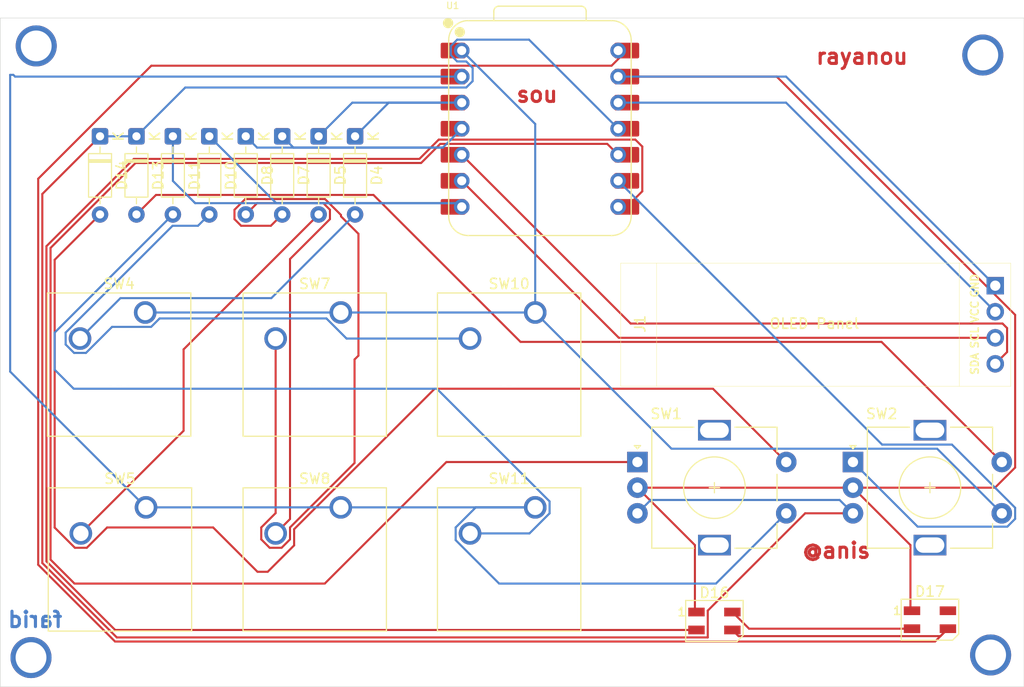
<source format=kicad_pcb>
(kicad_pcb (version 20241229) (generator "pcbnew") (generator_version "9.0")
  (layers (0 "F.Cu" signal) (2 "B.Cu" signal) (13 "F.Paste" user) (15 "B.Paste" user) (5 "F.SilkS" user "F.Silkscreen") (7 "B.SilkS" user "B.Silkscreen") (1 "F.Mask" user) (3 "B.Mask" user) (25 "Edge.Cuts" user))
  (net 0 "")
  (net 1 "Net-(D4-K)")
  (net 2 "Net-(D4-A)")
  (net 3 "Net-(U1-GPIO2{slash}SCK)")
  (net 4 "Net-(U1-GPIO4{slash}MISO)")
  (net 5 "Net-(D5-A)")
  (net 6 "Net-(D7-A)")
  (net 7 "Net-(D7-K)")
  (net 8 "Net-(D8-A)")
  (net 9 "Net-(U1-GPIO27{slash}ADC1{slash}A1)")
  (net 10 "Net-(D10-A)")
  (net 11 "Net-(U1-GPIO26{slash}ADC0{slash}A0)")
  (net 12 "Net-(D10-K)")
  (net 13 "Net-(D11-A)")
  (net 14 "Net-(D13-K)")
  (net 15 "Net-(D13-A)")
  (net 16 "Net-(D14-A)")
  (net 17 "Net-(D16-VDD)")
  (net 18 "Net-(D16-VSS)")
  (net 19 "Net-(D16-DOUT)")
  (net 20 "Net-(D16-DIN)")
  (net 22 "Net-(J1-Pin_3)")
  (net 23 "Net-(J1-Pin_2)")
  (net 24 "Net-(J1-Pin_4)")
  (footprint "Diode_THT:D_DO-35_SOD27_P7.62mm_Horizontal" (layer "F.Cu") (at 149.9884 59.7408 -90)
    (property "Reference" "D4" (at 3.81 -2.12 90) (layer "F.SilkS"))
    (property "Value" "1N4148")
    (fp_line (start 1.04 0) (end 1.69 0) (stroke (width 0.12)) (layer "F.SilkS"))
    (fp_line (start 6.58 0) (end 5.93 0) (stroke (width 0.12)) (layer "F.SilkS"))
    (fp_line (start 2.29 -1.12) (end 2.29 1.12) (stroke (width 0.12)) (layer "F.SilkS"))
    (fp_line (start 2.41 -1.12) (end 2.41 1.12) (stroke (width 0.12)) (layer "F.SilkS"))
    (fp_line (start 2.53 -1.12) (end 2.53 1.12) (stroke (width 0.12)) (layer "F.SilkS"))
    (fp_rect (start 1.69 -1.12) (end 5.93 1.12) (stroke (width 0.12)) (fill no) (layer "F.SilkS"))
    (fp_text user "K" (at 0 -1.8 90) (layer "F.SilkS"))
    (pad "1" thru_hole roundrect (at 0 0 270) (size 1.6 1.6) (drill 0.8) (layers "*.Cu" "*.Mask") (roundrect_rratio 0.15625) (net 1 "Net-(D4-K)"))
    (pad "2" thru_hole circle (at 7.62 0 270) (size 1.6 1.6) (drill 0.8) (layers "*.Cu" "*.Mask") (net 2 "Net-(D4-A)"))
  )
  (footprint "opl 2:XIAO-RP2040-DIP" (layer "F.Cu") (at 168 59)
    (property "Reference" "U1" (at -8.5 -12 0) (layer "F.SilkS") (effects (font (size 0.635 0.635) (thickness 0.1016))))
    (property "Value" "XIAO-RP2040-DIP")
    (fp_line (start -8.89 8.509) (end -8.89 -8.636) (stroke (width 0.127)) (layer "F.SilkS"))
    (fp_line (start -6.985 10.414) (end 6.985 10.414) (stroke (width 0.127)) (layer "F.SilkS"))
    (fp_line (start -4.495 -10.541) (end -4.491272 -11.451272) (stroke (width 0.127)) (layer "F.SilkS"))
    (fp_line (start -3.991272 -11.951) (end 4.004 -11.951) (stroke (width 0.127)) (layer "F.SilkS"))
    (fp_line (start 4.504 -11.451) (end 4.504 -10.541) (stroke (width 0.127)) (layer "F.SilkS"))
    (fp_line (start 6.985 -10.541) (end -6.985 -10.541) (stroke (width 0.1)) (layer "F.SilkS"))
    (fp_line (start 6.985 -10.541) (end -6.985 -10.541) (stroke (width 0.127)) (layer "F.SilkS"))
    (fp_line (start 8.89 8.509) (end 8.89 -8.636) (stroke (width 0.127)) (layer "F.SilkS"))
    (fp_arc (start -8.89 -8.636) (mid -8.332038 -9.983038) (end -6.985 -10.541) (stroke (width 0.127)) (layer "F.SilkS"))
    (fp_arc (start -6.985 10.414) (mid -8.332038 9.856038) (end -8.89 8.509) (stroke (width 0.127)) (layer "F.SilkS"))
    (fp_arc (start -4.491272 -11.451272) (mid -4.344728 -11.80464) (end -3.991272 -11.951) (stroke (width 0.127)) (layer "F.SilkS"))
    (fp_arc (start 4.004 -11.951) (mid 4.357553 -11.804553) (end 4.504 -11.451) (stroke (width 0.127)) (layer "F.SilkS"))
    (fp_arc (start 6.985 -10.541) (mid 8.332038 -9.983038) (end 8.89 -8.636) (stroke (width 0.127)) (layer "F.SilkS"))
    (fp_arc (start 8.89 8.509) (mid 8.332038 9.856038) (end 6.985 10.414) (stroke (width 0.127)) (layer "F.SilkS"))
    (fp_circle (center -8.95 -10.3) (end -8.95 -10.554) (stroke (width 0.5)) (fill yes) (layer "F.SilkS"))
    (fp_circle (center -7.807 -9.42) (end -7.807 -9.674) (stroke (width 0.5)) (fill yes) (layer "F.SilkS"))
    (pad "1" smd roundrect (at -8.455 -7.62 180) (size 2.432 1.524) (layers "F.Cu" "F.Mask") (roundrect_rratio 0.1) (net 11 "Net-(U1-GPIO26{slash}ADC0{slash}A0)"))
    (pad "1" thru_hole circle (at -7.62 -7.62 180) (size 1.524 1.524) (drill 0.889) (layers "*.Cu" "*.Mask") (net 11 "Net-(U1-GPIO26{slash}ADC0{slash}A0)"))
    (pad "2" smd roundrect (at -8.455 -5.08 180) (size 2.432 1.524) (layers "F.Cu" "F.Mask") (roundrect_rratio 0.1) (net 9 "Net-(U1-GPIO27{slash}ADC1{slash}A1)"))
    (pad "2" thru_hole circle (at -7.62 -5.08 180) (size 1.524 1.524) (drill 0.889) (layers "*.Cu" "*.Mask") (net 9 "Net-(U1-GPIO27{slash}ADC1{slash}A1)"))
    (pad "3" smd roundrect (at -8.455 -2.54 180) (size 2.432 1.524) (layers "F.Cu" "F.Mask") (roundrect_rratio 0.1) (net 1 "Net-(D4-K)"))
    (pad "3" thru_hole circle (at -7.62 -2.54 180) (size 1.524 1.524) (drill 0.889) (layers "*.Cu" "*.Mask") (net 1 "Net-(D4-K)"))
    (pad "4" smd roundrect (at -8.455 0 180) (size 2.432 1.524) (layers "F.Cu" "F.Mask") (roundrect_rratio 0.1) (net 7 "Net-(D7-K)"))
    (pad "4" thru_hole circle (at -7.62 0 180) (size 1.524 1.524) (drill 0.889) (layers "*.Cu" "*.Mask") (net 7 "Net-(D7-K)"))
    (pad "5" smd roundrect (at -8.455 2.54 180) (size 2.432 1.524) (layers "F.Cu" "F.Mask") (roundrect_rratio 0.1) (net 24 "Net-(J1-Pin_4)"))
    (pad "5" thru_hole circle (at -7.62 2.54 180) (size 1.524 1.524) (drill 0.889) (layers "*.Cu" "*.Mask") (net 24 "Net-(J1-Pin_4)"))
    (pad "6" smd roundrect (at -8.455 5.08 180) (size 2.432 1.524) (layers "F.Cu" "F.Mask") (roundrect_rratio 0.1) (net 22 "Net-(J1-Pin_3)"))
    (pad "6" thru_hole circle (at -7.62 5.08 180) (size 1.524 1.524) (drill 0.889) (layers "*.Cu" "*.Mask") (net 22 "Net-(J1-Pin_3)"))
    (pad "7" smd roundrect (at -8.455 7.62 180) (size 2.432 1.524) (layers "F.Cu" "F.Mask") (roundrect_rratio 0.1) (net 12 "Net-(D10-K)"))
    (pad "7" thru_hole circle (at -7.62 7.62 180) (size 1.524 1.524) (drill 0.889) (layers "*.Cu" "*.Mask") (net 12 "Net-(D10-K)"))
    (pad "8" thru_hole circle (at 7.62 7.62) (size 1.524 1.524) (drill 0.889) (layers "*.Cu" "*.Mask") (net 20 "Net-(D16-DIN)"))
    (pad "8" smd roundrect (at 8.455 7.62) (size 2.432 1.524) (layers "F.Cu" "F.Mask") (roundrect_rratio 0.1) (net 20 "Net-(D16-DIN)"))
    (pad "9" thru_hole circle (at 7.62 5.08) (size 1.524 1.524) (drill 0.889) (layers "*.Cu" "*.Mask") (net 3 "Net-(U1-GPIO2{slash}SCK)"))
    (pad "9" smd roundrect (at 8.455 5.08) (size 2.432 1.524) (layers "F.Cu" "F.Mask") (roundrect_rratio 0.1) (net 3 "Net-(U1-GPIO2{slash}SCK)"))
    (pad "10" thru_hole circle (at 7.62 2.54) (size 1.524 1.524) (drill 0.889) (layers "*.Cu" "*.Mask") (net 4 "Net-(U1-GPIO4{slash}MISO)"))
    (pad "10" smd roundrect (at 8.455 2.54) (size 2.432 1.524) (layers "F.Cu" "F.Mask") (roundrect_rratio 0.1) (net 4 "Net-(U1-GPIO4{slash}MISO)"))
    (pad "11" thru_hole circle (at 7.62 0) (size 1.524 1.524) (drill 0.889) (layers "*.Cu" "*.Mask") (net 14 "Net-(D13-K)"))
    (pad "11" smd roundrect (at 8.455 0) (size 2.432 1.524) (layers "F.Cu" "F.Mask") (roundrect_rratio 0.1) (net 14 "Net-(D13-K)"))
    (pad "12" thru_hole circle (at 7.62 -2.54) (size 1.524 1.524) (drill 0.889) (layers "*.Cu" "*.Mask") (net 23 "Net-(J1-Pin_2)"))
    (pad "12" smd roundrect (at 8.455 -2.54) (size 2.432 1.524) (layers "F.Cu" "F.Mask") (roundrect_rratio 0.1) (net 23 "Net-(J1-Pin_2)"))
    (pad "13" thru_hole circle (at 7.62 -5.08) (size 1.524 1.524) (drill 0.889) (layers "*.Cu" "*.Mask") (net 18 "Net-(D16-VSS)"))
    (pad "13" smd roundrect (at 8.455 -5.08) (size 2.432 1.524) (layers "F.Cu" "F.Mask") (roundrect_rratio 0.1) (net 18 "Net-(D16-VSS)"))
    (pad "14" thru_hole circle (at 7.62 -7.62) (size 1.524 1.524) (drill 0.889) (layers "*.Cu" "*.Mask") (net 17 "Net-(D16-VDD)"))
    (pad "14" smd roundrect (at 8.455 -7.62) (size 2.432 1.524) (layers "F.Cu" "F.Mask") (roundrect_rratio 0.1) (net 17 "Net-(D16-VDD)"))
  )
  (footprint "Diode_THT:D_DO-35_SOD27_P7.62mm_Horizontal" (layer "F.Cu") (at 125.1384 59.7408 -90)
    (property "Reference" "D14" (at 3.81 -2.12 90) (layer "F.SilkS"))
    (property "Value" "1N4148")
    (fp_line (start 1.04 0) (end 1.69 0) (stroke (width 0.12)) (layer "F.SilkS"))
    (fp_line (start 6.58 0) (end 5.93 0) (stroke (width 0.12)) (layer "F.SilkS"))
    (fp_line (start 2.29 -1.12) (end 2.29 1.12) (stroke (width 0.12)) (layer "F.SilkS"))
    (fp_line (start 2.41 -1.12) (end 2.41 1.12) (stroke (width 0.12)) (layer "F.SilkS"))
    (fp_line (start 2.53 -1.12) (end 2.53 1.12) (stroke (width 0.12)) (layer "F.SilkS"))
    (fp_rect (start 1.69 -1.12) (end 5.93 1.12) (stroke (width 0.12)) (fill no) (layer "F.SilkS"))
    (fp_text user "K" (at 0 -1.8 90) (layer "F.SilkS"))
    (pad "1" thru_hole roundrect (at 0 0 270) (size 1.6 1.6) (drill 0.8) (layers "*.Cu" "*.Mask") (roundrect_rratio 0.15625) (net 14 "Net-(D13-K)"))
    (pad "2" thru_hole circle (at 7.62 0 270) (size 1.6 1.6) (drill 0.8) (layers "*.Cu" "*.Mask") (net 16 "Net-(D14-A)"))
  )
  (footprint "Diode_THT:D_DO-35_SOD27_P7.62mm_Horizontal" (layer "F.Cu") (at 128.6884 59.7408 -90)
    (property "Reference" "D13" (at 3.81 -2.12 90) (layer "F.SilkS"))
    (property "Value" "1N4148")
    (fp_line (start 1.04 0) (end 1.69 0) (stroke (width 0.12)) (layer "F.SilkS"))
    (fp_line (start 6.58 0) (end 5.93 0) (stroke (width 0.12)) (layer "F.SilkS"))
    (fp_line (start 2.29 -1.12) (end 2.29 1.12) (stroke (width 0.12)) (layer "F.SilkS"))
    (fp_line (start 2.41 -1.12) (end 2.41 1.12) (stroke (width 0.12)) (layer "F.SilkS"))
    (fp_line (start 2.53 -1.12) (end 2.53 1.12) (stroke (width 0.12)) (layer "F.SilkS"))
    (fp_rect (start 1.69 -1.12) (end 5.93 1.12) (stroke (width 0.12)) (fill no) (layer "F.SilkS"))
    (fp_text user "K" (at 0 -1.8 90) (layer "F.SilkS"))
    (pad "1" thru_hole roundrect (at 0 0 270) (size 1.6 1.6) (drill 0.8) (layers "*.Cu" "*.Mask") (roundrect_rratio 0.15625) (net 14 "Net-(D13-K)"))
    (pad "2" thru_hole circle (at 7.62 0 270) (size 1.6 1.6) (drill 0.8) (layers "*.Cu" "*.Mask") (net 15 "Net-(D13-A)"))
  )
  (footprint "Button_Switch_Keyboard:SW_Cherry_MX_1.00u_PCB" (layer "F.Cu") (at 148.59875 76.92)
    (property "Reference" "SW7" (at -2.54 -2.794 0) (layer "F.SilkS"))
    (property "Value" "SW_Push")
    (fp_line (start -9.525 -1.905) (end 4.445 -1.905) (stroke (width 0.12)) (layer "F.SilkS"))
    (fp_line (start -9.525 12.065) (end -9.525 -1.905) (stroke (width 0.12)) (layer "F.SilkS"))
    (fp_line (start 4.445 -1.905) (end 4.445 12.065) (stroke (width 0.12)) (layer "F.SilkS"))
    (fp_line (start 4.445 12.065) (end -9.525 12.065) (stroke (width 0.12)) (layer "F.SilkS"))
    (pad "" np_thru_hole circle (at -7.62 5.08) (size 1.7 1.7) (drill 1.7) (layers "*.Cu" "*.Mask"))
    (pad "" np_thru_hole circle (at -2.54 5.08) (size 4 4) (drill 4) (layers "*.Cu" "*.Mask"))
    (pad "" np_thru_hole circle (at 2.54 5.08) (size 1.7 1.7) (drill 1.7) (layers "*.Cu" "*.Mask"))
    (pad "1" thru_hole circle (at 0 0) (size 2.2 2.2) (drill 1.5) (layers "*.Cu" "*.Mask") (net 11 "Net-(U1-GPIO26{slash}ADC0{slash}A0)"))
    (pad "2" thru_hole circle (at -6.35 2.54) (size 2.2 2.2) (drill 1.5) (layers "*.Cu" "*.Mask") (net 6 "Net-(D7-A)"))
  )
  (footprint "Button_Switch_Keyboard:SW_Cherry_MX_1.00u_PCB" (layer "F.Cu") (at 167.54 95.92)
    (property "Reference" "SW11" (at -2.54 -2.794 0) (layer "F.SilkS"))
    (property "Value" "SW_Push")
    (fp_line (start -9.525 -1.905) (end 4.445 -1.905) (stroke (width 0.12)) (layer "F.SilkS"))
    (fp_line (start -9.525 12.065) (end -9.525 -1.905) (stroke (width 0.12)) (layer "F.SilkS"))
    (fp_line (start 4.445 -1.905) (end 4.445 12.065) (stroke (width 0.12)) (layer "F.SilkS"))
    (fp_line (start 4.445 12.065) (end -9.525 12.065) (stroke (width 0.12)) (layer "F.SilkS"))
    (pad "" np_thru_hole circle (at -7.62 5.08) (size 1.7 1.7) (drill 1.7) (layers "*.Cu" "*.Mask"))
    (pad "" np_thru_hole circle (at -2.54 5.08) (size 4 4) (drill 4) (layers "*.Cu" "*.Mask"))
    (pad "" np_thru_hole circle (at 2.54 5.08) (size 1.7 1.7) (drill 1.7) (layers "*.Cu" "*.Mask"))
    (pad "1" thru_hole circle (at 0 0) (size 2.2 2.2) (drill 1.5) (layers "*.Cu" "*.Mask") (net 9 "Net-(U1-GPIO27{slash}ADC1{slash}A1)"))
    (pad "2" thru_hole circle (at -6.35 2.54) (size 2.2 2.2) (drill 1.5) (layers "*.Cu" "*.Mask") (net 13 "Net-(D11-A)"))
  )
  (footprint "Button_Switch_Keyboard:SW_Cherry_MX_1.00u_PCB" (layer "F.Cu") (at 129.62 95.92)
    (property "Reference" "SW5" (at -2.54 -2.794 0) (layer "F.SilkS"))
    (property "Value" "SW_Push")
    (fp_line (start -9.525 -1.905) (end 4.445 -1.905) (stroke (width 0.12)) (layer "F.SilkS"))
    (fp_line (start -9.525 12.065) (end -9.525 -1.905) (stroke (width 0.12)) (layer "F.SilkS"))
    (fp_line (start 4.445 -1.905) (end 4.445 12.065) (stroke (width 0.12)) (layer "F.SilkS"))
    (fp_line (start 4.445 12.065) (end -9.525 12.065) (stroke (width 0.12)) (layer "F.SilkS"))
    (pad "" np_thru_hole circle (at -7.62 5.08) (size 1.7 1.7) (drill 1.7) (layers "*.Cu" "*.Mask"))
    (pad "" np_thru_hole circle (at -2.54 5.08) (size 4 4) (drill 4) (layers "*.Cu" "*.Mask"))
    (pad "" np_thru_hole circle (at 2.54 5.08) (size 1.7 1.7) (drill 1.7) (layers "*.Cu" "*.Mask"))
    (pad "1" thru_hole circle (at 0 0) (size 2.2 2.2) (drill 1.5) (layers "*.Cu" "*.Mask") (net 9 "Net-(U1-GPIO27{slash}ADC1{slash}A1)"))
    (pad "2" thru_hole circle (at -6.35 2.54) (size 2.2 2.2) (drill 1.5) (layers "*.Cu" "*.Mask") (net 5 "Net-(D5-A)"))
  )
  (footprint "Diode_THT:D_DO-35_SOD27_P7.62mm_Horizontal" (layer "F.Cu") (at 146.4384 59.7408 -90)
    (property "Reference" "D5" (at 3.81 -2.12 90) (layer "F.SilkS"))
    (property "Value" "1N4148")
    (fp_line (start 1.04 0) (end 1.69 0) (stroke (width 0.12)) (layer "F.SilkS"))
    (fp_line (start 6.58 0) (end 5.93 0) (stroke (width 0.12)) (layer "F.SilkS"))
    (fp_line (start 2.29 -1.12) (end 2.29 1.12) (stroke (width 0.12)) (layer "F.SilkS"))
    (fp_line (start 2.41 -1.12) (end 2.41 1.12) (stroke (width 0.12)) (layer "F.SilkS"))
    (fp_line (start 2.53 -1.12) (end 2.53 1.12) (stroke (width 0.12)) (layer "F.SilkS"))
    (fp_rect (start 1.69 -1.12) (end 5.93 1.12) (stroke (width 0.12)) (fill no) (layer "F.SilkS"))
    (fp_text user "K" (at 0 -1.8 90) (layer "F.SilkS"))
    (pad "1" thru_hole roundrect (at 0 0 270) (size 1.6 1.6) (drill 0.8) (layers "*.Cu" "*.Mask") (roundrect_rratio 0.15625) (net 1 "Net-(D4-K)"))
    (pad "2" thru_hole circle (at 7.62 0 270) (size 1.6 1.6) (drill 0.8) (layers "*.Cu" "*.Mask") (net 5 "Net-(D5-A)"))
  )
  (footprint "LED_SMD:LED_SK6812MINI_PLCC4_3.5x3.5mm_P1.75mm" (layer "F.Cu") (at 185 107)
    (property "Reference" "D16" (at 0 -2.75 0) (layer "F.SilkS"))
    (property "Value" "SK6812")
    (fp_line (start -2.8 -2) (end -2.8 2) (stroke (width 0.12)) (layer "F.SilkS"))
    (fp_line (start -2.8 -2) (end 2.8 -2) (stroke (width 0.12)) (layer "F.SilkS"))
    (fp_line (start -2.8 2) (end 2.2 2) (stroke (width 0.12)) (layer "F.SilkS"))
    (fp_line (start 2.8 1.4) (end 2.2 2) (stroke (width 0.12)) (layer "F.SilkS"))
    (fp_line (start 2.8 1.4) (end 2.8 -2) (stroke (width 0.12)) (layer "F.SilkS"))
    (fp_text user "1" (at -3.2 -0.875 0) (layer "F.SilkS") (effects (font (size 0.8 0.8))))
    (pad "1" smd rect (at -1.75 -0.875) (size 1.6 0.85) (layers "F.Cu" "F.Mask" "F.Paste") (net 18 "Net-(D16-VSS)"))
    (pad "2" smd rect (at -1.75 0.875) (size 1.6 0.85) (layers "F.Cu" "F.Mask" "F.Paste") (net 20 "Net-(D16-DIN)"))
    (pad "3" smd rect (at 1.75 0.875) (size 1.6 0.85) (layers "F.Cu" "F.Mask" "F.Paste") (net 17 "Net-(D16-VDD)"))
    (pad "4" smd rect (at 1.75 -0.875) (size 1.6 0.85) (layers "F.Cu" "F.Mask" "F.Paste") (net 19 "Net-(D16-DOUT)"))
  )
  (footprint "ADHG:RotaryEncoder_Alps_EC11E-Switch_Vertical_H20mm" (layer "F.Cu") (at 198.5 91.5)
    (property "Reference" "SW2" (at 2.8 -4.7 0) (layer "F.SilkS"))
    (property "Value" "RotaryEncoder_Switch")
    (fp_line (start -0.3 -1.6) (end 0.3 -1.6) (stroke (width 0.12)) (layer "F.SilkS"))
    (fp_line (start 0 -1.3) (end -0.3 -1.6) (stroke (width 0.12)) (layer "F.SilkS"))
    (fp_line (start 0.3 -1.6) (end 0 -1.3) (stroke (width 0.12)) (layer "F.SilkS"))
    (fp_line (start 1.4 -3.4) (end 1.4 8.4) (stroke (width 0.12)) (layer "F.SilkS"))
    (fp_line (start 5.5 -3.4) (end 1.4 -3.4) (stroke (width 0.12)) (layer "F.SilkS"))
    (fp_line (start 5.5 8.4) (end 1.4 8.4) (stroke (width 0.12)) (layer "F.SilkS"))
    (fp_line (start 7 2.5) (end 8 2.5) (stroke (width 0.12)) (layer "F.SilkS"))
    (fp_line (start 7.5 2) (end 7.5 3) (stroke (width 0.12)) (layer "F.SilkS"))
    (fp_line (start 9.5 -3.4) (end 13.6 -3.4) (stroke (width 0.12)) (layer "F.SilkS"))
    (fp_line (start 13.6 -3.4) (end 13.6 -1) (stroke (width 0.12)) (layer "F.SilkS"))
    (fp_line (start 13.6 1.2) (end 13.6 3.8) (stroke (width 0.12)) (layer "F.SilkS"))
    (fp_line (start 13.6 6) (end 13.6 8.4) (stroke (width 0.12)) (layer "F.SilkS"))
    (fp_line (start 13.6 8.4) (end 9.5 8.4) (stroke (width 0.12)) (layer "F.SilkS"))
    (fp_circle (center 7.5 2.5) (end 10.5 2.5) (stroke (width 0.12)) (fill no) (layer "F.SilkS"))
    (pad "A" thru_hole rect (at 0 0) (size 2 2) (drill 1) (layers "*.Cu" "*.Mask") (net 3 "Net-(U1-GPIO2{slash}SCK)"))
    (pad "B" thru_hole circle (at 0 5) (size 2 2) (drill 1) (layers "*.Cu" "*.Mask") (net 14 "Net-(D13-K)"))
    (pad "C" thru_hole circle (at 0 2.5) (size 2 2) (drill 1) (layers "*.Cu" "*.Mask") (net 18 "Net-(D16-VSS)"))
    (pad "MP" thru_hole rect (at 7.5 -3.1) (size 3.2 2) (drill oval 2.8 1.5) (layers "*.Cu" "*.Mask"))
    (pad "MP" thru_hole rect (at 7.5 8.1) (size 3.2 2) (drill oval 2.8 1.5) (layers "*.Cu" "*.Mask"))
    (pad "S1" thru_hole circle (at 14.5 5) (size 2 2) (drill 1) (layers "*.Cu" "*.Mask") (net 11 "Net-(U1-GPIO26{slash}ADC0{slash}A0)"))
    (pad "S2" thru_hole circle (at 14.5 0) (size 2 2) (drill 1) (layers "*.Cu" "*.Mask") (net 15 "Net-(D13-A)"))
  )
  (footprint "Diode_THT:D_DO-35_SOD27_P7.62mm_Horizontal" (layer "F.Cu") (at 135.7884 59.7408 -90)
    (property "Reference" "D10" (at 3.81 -2.12 90) (layer "F.SilkS"))
    (property "Value" "1N4148")
    (fp_line (start 1.04 0) (end 1.69 0) (stroke (width 0.12)) (layer "F.SilkS"))
    (fp_line (start 6.58 0) (end 5.93 0) (stroke (width 0.12)) (layer "F.SilkS"))
    (fp_line (start 2.29 -1.12) (end 2.29 1.12) (stroke (width 0.12)) (layer "F.SilkS"))
    (fp_line (start 2.41 -1.12) (end 2.41 1.12) (stroke (width 0.12)) (layer "F.SilkS"))
    (fp_line (start 2.53 -1.12) (end 2.53 1.12) (stroke (width 0.12)) (layer "F.SilkS"))
    (fp_rect (start 1.69 -1.12) (end 5.93 1.12) (stroke (width 0.12)) (fill no) (layer "F.SilkS"))
    (fp_text user "K" (at 0 -1.8 90) (layer "F.SilkS"))
    (pad "1" thru_hole roundrect (at 0 0 270) (size 1.6 1.6) (drill 0.8) (layers "*.Cu" "*.Mask") (roundrect_rratio 0.15625) (net 12 "Net-(D10-K)"))
    (pad "2" thru_hole circle (at 7.62 0 270) (size 1.6 1.6) (drill 0.8) (layers "*.Cu" "*.Mask") (net 10 "Net-(D10-A)"))
  )
  (footprint "Diode_THT:D_DO-35_SOD27_P7.62mm_Horizontal" (layer "F.Cu") (at 139.3384 59.7408 -90)
    (property "Reference" "D8" (at 3.81 -2.12 90) (layer "F.SilkS"))
    (property "Value" "1N4148")
    (fp_line (start 1.04 0) (end 1.69 0) (stroke (width 0.12)) (layer "F.SilkS"))
    (fp_line (start 6.58 0) (end 5.93 0) (stroke (width 0.12)) (layer "F.SilkS"))
    (fp_line (start 2.29 -1.12) (end 2.29 1.12) (stroke (width 0.12)) (layer "F.SilkS"))
    (fp_line (start 2.41 -1.12) (end 2.41 1.12) (stroke (width 0.12)) (layer "F.SilkS"))
    (fp_line (start 2.53 -1.12) (end 2.53 1.12) (stroke (width 0.12)) (layer "F.SilkS"))
    (fp_rect (start 1.69 -1.12) (end 5.93 1.12) (stroke (width 0.12)) (fill no) (layer "F.SilkS"))
    (fp_text user "K" (at 0 -1.8 90) (layer "F.SilkS"))
    (pad "1" thru_hole roundrect (at 0 0 270) (size 1.6 1.6) (drill 0.8) (layers "*.Cu" "*.Mask") (roundrect_rratio 0.15625) (net 7 "Net-(D7-K)"))
    (pad "2" thru_hole circle (at 7.62 0 270) (size 1.6 1.6) (drill 0.8) (layers "*.Cu" "*.Mask") (net 8 "Net-(D8-A)"))
  )
  (footprint "LED_SMD:LED_SK6812MINI_PLCC4_3.5x3.5mm_P1.75mm" (layer "F.Cu") (at 206 106.875)
    (property "Reference" "D17" (at 0 -2.75 0) (layer "F.SilkS"))
    (property "Value" "SK6812")
    (fp_line (start -2.8 -2) (end -2.8 2) (stroke (width 0.12)) (layer "F.SilkS"))
    (fp_line (start -2.8 -2) (end 2.8 -2) (stroke (width 0.12)) (layer "F.SilkS"))
    (fp_line (start -2.8 2) (end 2.2 2) (stroke (width 0.12)) (layer "F.SilkS"))
    (fp_line (start 2.8 1.4) (end 2.2 2) (stroke (width 0.12)) (layer "F.SilkS"))
    (fp_line (start 2.8 1.4) (end 2.8 -2) (stroke (width 0.12)) (layer "F.SilkS"))
    (fp_text user "1" (at -3.2 -0.875 0) (layer "F.SilkS") (effects (font (size 0.8 0.8))))
    (pad "1" smd rect (at -1.75 -0.875) (size 1.6 0.85) (layers "F.Cu" "F.Mask" "F.Paste") (net 18 "Net-(D16-VSS)"))
    (pad "2" smd rect (at -1.75 0.875) (size 1.6 0.85) (layers "F.Cu" "F.Mask" "F.Paste") (net 19 "Net-(D16-DOUT)"))
    (pad "3" smd rect (at 1.75 0.875) (size 1.6 0.85) (layers "F.Cu" "F.Mask" "F.Paste") (net 17 "Net-(D16-VDD)"))
    (pad "4" smd rect (at 1.75 -0.875) (size 1.6 0.85) (layers "F.Cu" "F.Mask" "F.Paste"))
  )
  (footprint "Diode_THT:D_DO-35_SOD27_P7.62mm_Horizontal" (layer "F.Cu") (at 132.2384 59.7408 -90)
    (property "Reference" "D11" (at 3.81 -2.12 90) (layer "F.SilkS"))
    (property "Value" "1N4148")
    (fp_line (start 1.04 0) (end 1.69 0) (stroke (width 0.12)) (layer "F.SilkS"))
    (fp_line (start 6.58 0) (end 5.93 0) (stroke (width 0.12)) (layer "F.SilkS"))
    (fp_line (start 2.29 -1.12) (end 2.29 1.12) (stroke (width 0.12)) (layer "F.SilkS"))
    (fp_line (start 2.41 -1.12) (end 2.41 1.12) (stroke (width 0.12)) (layer "F.SilkS"))
    (fp_line (start 2.53 -1.12) (end 2.53 1.12) (stroke (width 0.12)) (layer "F.SilkS"))
    (fp_rect (start 1.69 -1.12) (end 5.93 1.12) (stroke (width 0.12)) (fill no) (layer "F.SilkS"))
    (fp_text user "K" (at 0 -1.8 90) (layer "F.SilkS"))
    (pad "1" thru_hole roundrect (at 0 0 270) (size 1.6 1.6) (drill 0.8) (layers "*.Cu" "*.Mask") (roundrect_rratio 0.15625) (net 12 "Net-(D10-K)"))
    (pad "2" thru_hole circle (at 7.62 0 270) (size 1.6 1.6) (drill 0.8) (layers "*.Cu" "*.Mask") (net 13 "Net-(D11-A)"))
  )
  (footprint "ADF:SSD1306-0.91-OLED-4pin-128x32" (layer "F.Cu") (at 175.865 72.115)
    (property "Reference" "J1" (at 1.9 5.91 90) (layer "F.SilkS"))
    (property "Value" "ssd 1306")
    (fp_line (start 0 0) (end 0 12) (stroke (width 0.04)) (layer "F.SilkS"))
    (fp_line (start 0 12) (end 38 12) (stroke (width 0.04)) (layer "F.SilkS"))
    (fp_line (start 3.5 0) (end 3.5 12) (stroke (width 0.04)) (layer "F.SilkS"))
    (fp_line (start 33 0) (end 33 12) (stroke (width 0.04)) (layer "F.SilkS"))
    (fp_line (start 38 0) (end 0 0) (stroke (width 0.04)) (layer "F.SilkS"))
    (fp_line (start 38 12) (end 38 0) (stroke (width 0.04)) (layer "F.SilkS"))
    (fp_text user "SDA" (at 34.5 9.81 270) (layer "F.SilkS") (effects (font (size 0.75 0.75))))
    (fp_text user "OLED Panel" (at 18.885 5.885 0) (layer "F.SilkS"))
    (fp_text user "VCC" (at 34.5 4.73 270) (layer "F.SilkS") (effects (font (size 0.75 0.75))))
    (fp_text user "SCL" (at 34.5 7.27 270) (layer "F.SilkS") (effects (font (size 0.75 0.75))))
    (fp_text user "GND" (at 34.5 2.19 270) (layer "F.SilkS") (effects (font (size 0.75 0.75))))
    (pad "1" thru_hole rect (at 36.5 2.19) (size 1.7 1.7) (drill 1) (layers "*.Cu" "*.Mask") (net 18 "Net-(D16-VSS)"))
    (pad "2" thru_hole oval (at 36.5 4.73) (size 1.7 1.7) (drill 1) (layers "*.Cu" "*.Mask") (net 23 "Net-(J1-Pin_2)"))
    (pad "3" thru_hole oval (at 36.5 7.27) (size 1.7 1.7) (drill 1) (layers "*.Cu" "*.Mask") (net 22 "Net-(J1-Pin_3)"))
    (pad "4" thru_hole oval (at 36.5 9.81) (size 1.7 1.7) (drill 1) (layers "*.Cu" "*.Mask") (net 24 "Net-(J1-Pin_4)"))
  )
  (footprint "ADHG:RotaryEncoder_Alps_EC11E-Switch_Vertical_H20mm" (layer "F.Cu") (at 177.5 91.5)
    (property "Reference" "SW1" (at 2.8 -4.7 0) (layer "F.SilkS"))
    (property "Value" "RotaryEncoder_Switch")
    (fp_line (start -0.3 -1.6) (end 0.3 -1.6) (stroke (width 0.12)) (layer "F.SilkS"))
    (fp_line (start 0 -1.3) (end -0.3 -1.6) (stroke (width 0.12)) (layer "F.SilkS"))
    (fp_line (start 0.3 -1.6) (end 0 -1.3) (stroke (width 0.12)) (layer "F.SilkS"))
    (fp_line (start 1.4 -3.4) (end 1.4 8.4) (stroke (width 0.12)) (layer "F.SilkS"))
    (fp_line (start 5.5 -3.4) (end 1.4 -3.4) (stroke (width 0.12)) (layer "F.SilkS"))
    (fp_line (start 5.5 8.4) (end 1.4 8.4) (stroke (width 0.12)) (layer "F.SilkS"))
    (fp_line (start 7 2.5) (end 8 2.5) (stroke (width 0.12)) (layer "F.SilkS"))
    (fp_line (start 7.5 2) (end 7.5 3) (stroke (width 0.12)) (layer "F.SilkS"))
    (fp_line (start 9.5 -3.4) (end 13.6 -3.4) (stroke (width 0.12)) (layer "F.SilkS"))
    (fp_line (start 13.6 -3.4) (end 13.6 -1) (stroke (width 0.12)) (layer "F.SilkS"))
    (fp_line (start 13.6 1.2) (end 13.6 3.8) (stroke (width 0.12)) (layer "F.SilkS"))
    (fp_line (start 13.6 6) (end 13.6 8.4) (stroke (width 0.12)) (layer "F.SilkS"))
    (fp_line (start 13.6 8.4) (end 9.5 8.4) (stroke (width 0.12)) (layer "F.SilkS"))
    (fp_circle (center 7.5 2.5) (end 10.5 2.5) (stroke (width 0.12)) (fill no) (layer "F.SilkS"))
    (pad "A" thru_hole rect (at 0 0) (size 2 2) (drill 1) (layers "*.Cu" "*.Mask") (net 4 "Net-(U1-GPIO4{slash}MISO)"))
    (pad "B" thru_hole circle (at 0 5) (size 2 2) (drill 1) (layers "*.Cu" "*.Mask") (net 14 "Net-(D13-K)"))
    (pad "C" thru_hole circle (at 0 2.5) (size 2 2) (drill 1) (layers "*.Cu" "*.Mask") (net 18 "Net-(D16-VSS)"))
    (pad "MP" thru_hole rect (at 7.5 -3.1) (size 3.2 2) (drill oval 2.8 1.5) (layers "*.Cu" "*.Mask"))
    (pad "MP" thru_hole rect (at 7.5 8.1) (size 3.2 2) (drill oval 2.8 1.5) (layers "*.Cu" "*.Mask"))
    (pad "S1" thru_hole circle (at 14.5 5) (size 2 2) (drill 1) (layers "*.Cu" "*.Mask") (net 9 "Net-(U1-GPIO27{slash}ADC1{slash}A1)"))
    (pad "S2" thru_hole circle (at 14.5 0) (size 2 2) (drill 1) (layers "*.Cu" "*.Mask") (net 16 "Net-(D14-A)"))
  )
  (footprint "Diode_THT:D_DO-35_SOD27_P7.62mm_Horizontal" (layer "F.Cu") (at 142.8884 59.7408 -90)
    (property "Reference" "D7" (at 3.81 -2.12 90) (layer "F.SilkS"))
    (property "Value" "1N4148")
    (fp_line (start 1.04 0) (end 1.69 0) (stroke (width 0.12)) (layer "F.SilkS"))
    (fp_line (start 6.58 0) (end 5.93 0) (stroke (width 0.12)) (layer "F.SilkS"))
    (fp_line (start 2.29 -1.12) (end 2.29 1.12) (stroke (width 0.12)) (layer "F.SilkS"))
    (fp_line (start 2.41 -1.12) (end 2.41 1.12) (stroke (width 0.12)) (layer "F.SilkS"))
    (fp_line (start 2.53 -1.12) (end 2.53 1.12) (stroke (width 0.12)) (layer "F.SilkS"))
    (fp_rect (start 1.69 -1.12) (end 5.93 1.12) (stroke (width 0.12)) (fill no) (layer "F.SilkS"))
    (fp_text user "K" (at 0 -1.8 90) (layer "F.SilkS"))
    (pad "1" thru_hole roundrect (at 0 0 270) (size 1.6 1.6) (drill 0.8) (layers "*.Cu" "*.Mask") (roundrect_rratio 0.15625) (net 7 "Net-(D7-K)"))
    (pad "2" thru_hole circle (at 7.62 0 270) (size 1.6 1.6) (drill 0.8) (layers "*.Cu" "*.Mask") (net 6 "Net-(D7-A)"))
  )
  (footprint "Button_Switch_Keyboard:SW_Cherry_MX_1.00u_PCB" (layer "F.Cu") (at 167.54 76.92)
    (property "Reference" "SW10" (at -2.54 -2.794 0) (layer "F.SilkS"))
    (property "Value" "SW_Push")
    (fp_line (start -9.525 -1.905) (end 4.445 -1.905) (stroke (width 0.12)) (layer "F.SilkS"))
    (fp_line (start -9.525 12.065) (end -9.525 -1.905) (stroke (width 0.12)) (layer "F.SilkS"))
    (fp_line (start 4.445 -1.905) (end 4.445 12.065) (stroke (width 0.12)) (layer "F.SilkS"))
    (fp_line (start 4.445 12.065) (end -9.525 12.065) (stroke (width 0.12)) (layer "F.SilkS"))
    (pad "" np_thru_hole circle (at -7.62 5.08) (size 1.7 1.7) (drill 1.7) (layers "*.Cu" "*.Mask"))
    (pad "" np_thru_hole circle (at -2.54 5.08) (size 4 4) (drill 4) (layers "*.Cu" "*.Mask"))
    (pad "" np_thru_hole circle (at 2.54 5.08) (size 1.7 1.7) (drill 1.7) (layers "*.Cu" "*.Mask"))
    (pad "1" thru_hole circle (at 0 0) (size 2.2 2.2) (drill 1.5) (layers "*.Cu" "*.Mask") (net 11 "Net-(U1-GPIO26{slash}ADC0{slash}A0)"))
    (pad "2" thru_hole circle (at -6.35 2.54) (size 2.2 2.2) (drill 1.5) (layers "*.Cu" "*.Mask") (net 10 "Net-(D10-A)"))
  )
  (footprint "Button_Switch_Keyboard:SW_Cherry_MX_1.00u_PCB" (layer "F.Cu") (at 148.59875 95.92)
    (property "Reference" "SW8" (at -2.54 -2.794 0) (layer "F.SilkS"))
    (property "Value" "SW_Push")
    (fp_line (start -9.525 -1.905) (end 4.445 -1.905) (stroke (width 0.12)) (layer "F.SilkS"))
    (fp_line (start -9.525 12.065) (end -9.525 -1.905) (stroke (width 0.12)) (layer "F.SilkS"))
    (fp_line (start 4.445 -1.905) (end 4.445 12.065) (stroke (width 0.12)) (layer "F.SilkS"))
    (fp_line (start 4.445 12.065) (end -9.525 12.065) (stroke (width 0.12)) (layer "F.SilkS"))
    (pad "" np_thru_hole circle (at -7.62 5.08) (size 1.7 1.7) (drill 1.7) (layers "*.Cu" "*.Mask"))
    (pad "" np_thru_hole circle (at -2.54 5.08) (size 4 4) (drill 4) (layers "*.Cu" "*.Mask"))
    (pad "" np_thru_hole circle (at 2.54 5.08) (size 1.7 1.7) (drill 1.7) (layers "*.Cu" "*.Mask"))
    (pad "1" thru_hole circle (at 0 0) (size 2.2 2.2) (drill 1.5) (layers "*.Cu" "*.Mask") (net 9 "Net-(U1-GPIO27{slash}ADC1{slash}A1)"))
    (pad "2" thru_hole circle (at -6.35 2.54) (size 2.2 2.2) (drill 1.5) (layers "*.Cu" "*.Mask") (net 8 "Net-(D8-A)"))
  )
  (footprint "Button_Switch_Keyboard:SW_Cherry_MX_1.00u_PCB" (layer "F.Cu") (at 129.54 76.92)
    (property "Reference" "SW4" (at -2.54 -2.794 0) (layer "F.SilkS"))
    (property "Value" "SW_Push")
    (fp_line (start -9.525 -1.905) (end 4.445 -1.905) (stroke (width 0.12)) (layer "F.SilkS"))
    (fp_line (start -9.525 12.065) (end -9.525 -1.905) (stroke (width 0.12)) (layer "F.SilkS"))
    (fp_line (start 4.445 -1.905) (end 4.445 12.065) (stroke (width 0.12)) (layer "F.SilkS"))
    (fp_line (start 4.445 12.065) (end -9.525 12.065) (stroke (width 0.12)) (layer "F.SilkS"))
    (pad "" np_thru_hole circle (at -7.62 5.08) (size 1.7 1.7) (drill 1.7) (layers "*.Cu" "*.Mask"))
    (pad "" np_thru_hole circle (at -2.54 5.08) (size 4 4) (drill 4) (layers "*.Cu" "*.Mask"))
    (pad "" np_thru_hole circle (at 2.54 5.08) (size 1.7 1.7) (drill 1.7) (layers "*.Cu" "*.Mask"))
    (pad "1" thru_hole circle (at 0 0) (size 2.2 2.2) (drill 1.5) (layers "*.Cu" "*.Mask") (net 11 "Net-(U1-GPIO26{slash}ADC0{slash}A0)"))
    (pad "2" thru_hole circle (at -6.35 2.54) (size 2.2 2.2) (drill 1.5) (layers "*.Cu" "*.Mask") (net 2 "Net-(D4-A)"))
  )
  (gr_rect (start 115.4176 48.2092) (end 215.1634 113.411) (stroke (width 0.05)) (fill no) (layer "Edge.Cuts"))
  (gr_text "@anis" (at 193.3956 101 0) (layer "F.Cu") (effects (font (size 1.5 1.5) (thickness 0.3) (bold yes)) (justify left bottom)))
  (gr_text "rayanou" (at 194.75 52.832 0) (layer "F.Cu") (effects (font (size 1.5 1.5) (thickness 0.3) (bold yes)) (justify left bottom)))
  (gr_text "sou" (at 165.5572 56.5404 0) (layer "F.Cu") (effects (font (size 1.5 1.5) (thickness 0.3) (bold yes)) (justify left bottom)))
  (gr_text "farid" (at 121.6152 107.7468 0) (layer "B.Cu") (effects (font (size 1.5 1.5) (thickness 0.3) (bold yes)) (justify left bottom mirror)))
  (via (at 211.1502 51.816) (size 4) (drill 3) (layers "F.Cu" "B.Cu") (net 0))
  (via (at 211.9122 110.3122) (size 4) (drill 3) (layers "F.Cu" "B.Cu") (net 0))
  (via (at 118.4148 110.5662) (size 4) (drill 3) (layers "F.Cu" "B.Cu") (net 0))
  (via (at 118.9228 50.927) (size 4) (drill 3) (layers "F.Cu" "B.Cu") (net 0))
  (segment (start 153.2692 56.46) (end 149.9884 59.7408) (width 0.2) (layer "B.Cu") (net 1))
  (segment (start 160.38 56.46) (end 149.7192 56.46) (width 0.2) (layer "B.Cu") (net 1))
  (segment (start 160.38 56.46) (end 153.2692 56.46) (width 0.2) (layer "B.Cu") (net 1))
  (segment (start 149.7192 56.46) (end 146.4384 59.7408) (width 0.2) (layer "B.Cu") (net 1))
  (segment (start 123.19 79.46) (end 127.131 75.519) (width 0.2) (layer "B.Cu") (net 2))
  (segment (start 127.131 75.519) (end 141.8302 75.519) (width 0.2) (layer "B.Cu") (net 2))
  (segment (start 141.8302 75.519) (end 149.9884 67.3608) (width 0.2) (layer "B.Cu") (net 2))
  (segment (start 208.137892 89.798) (end 201.338 89.798) (width 0.2) (layer "B.Cu") (net 3))
  (segment (start 214.301 95.961108) (end 208.137892 89.798) (width 0.2) (layer "B.Cu") (net 3))
  (segment (start 198.5 91.5) (end 204.801 97.801) (width 0.2) (layer "B.Cu") (net 3))
  (segment (start 204.801 97.801) (end 213.538892 97.801) (width 0.2) (layer "B.Cu") (net 3))
  (segment (start 213.538892 97.801) (end 214.301 97.038892) (width 0.2) (layer "B.Cu") (net 3))
  (segment (start 214.301 97.038892) (end 214.301 95.961108) (width 0.2) (layer "B.Cu") (net 3))
  (segment (start 201.338 89.798) (end 175.62 64.08) (width 0.2) (layer "B.Cu") (net 3))
  (segment (start 128.600524 62.341626) (end 156.424748 62.341626) (width 0.2) (layer "F.Cu") (net 4))
  (segment (start 120.318 70.62415) (end 128.600524 62.341626) (width 0.2) (layer "F.Cu") (net 4))
  (segment (start 158.289374 60.477) (end 174.557 60.477) (width 0.2) (layer "F.Cu") (net 4))
  (segment (start 158.883566 91.5) (end 147.032566 103.351) (width 0.2) (layer "F.Cu") (net 4))
  (segment (start 177.5 91.5) (end 158.883566 91.5) (width 0.2) (layer "F.Cu") (net 4))
  (segment (start 147.032566 103.351) (end 122.65253 103.351) (width 0.2) (layer "F.Cu") (net 4))
  (segment (start 174.557 60.477) (end 175.62 61.54) (width 0.2) (layer "F.Cu") (net 4))
  (segment (start 122.65253 103.351) (end 120.318 101.01647) (width 0.2) (layer "F.Cu") (net 4))
  (segment (start 156.424748 62.341626) (end 158.289374 60.477) (width 0.2) (layer "F.Cu") (net 4))
  (segment (start 120.318 101.01647) (end 120.318 70.62415) (width 0.2) (layer "F.Cu") (net 4))
  (segment (start 133.281 88.449) (end 133.281 80.5182) (width 0.2) (layer "F.Cu") (net 5))
  (segment (start 133.281 80.5182) (end 146.4384 67.3608) (width 0.2) (layer "F.Cu") (net 5))
  (segment (start 123.27 98.46) (end 133.281 88.449) (width 0.2) (layer "F.Cu") (net 5))
  (segment (start 148.6154 67.54485) (end 148.6154 67.41365) (width 0.2) (layer "F.Cu") (net 6))
  (segment (start 142.829064 99.861) (end 143.64975 99.040314) (width 0.2) (layer "F.Cu") (net 6))
  (segment (start 138.2374 67.81685) (end 138.88235 68.4618) (width 0.2) (layer "F.Cu") (net 6))
  (segment (start 138.88235 68.4618) (end 141.7874 68.4618) (width 0.2) (layer "F.Cu") (net 6))
  (segment (start 148.6154 67.41365) (end 147.06055 65.8588) (width 0.2) (layer "F.Cu") (net 6))
  (segment (start 142.24875 79.46) (end 142.24875 96.478686) (width 0.2) (layer "F.Cu") (net 6))
  (segment (start 139.28335 65.8588) (end 138.2374 66.90475) (width 0.2) (layer "F.Cu") (net 6))
  (segment (start 149.93775 81.50253) (end 150.3172 81.12308) (width 0.2) (layer "F.Cu") (net 6))
  (segment (start 150.3172 69.24665) (end 148.6154 67.54485) (width 0.2) (layer "F.Cu") (net 6))
  (segment (start 141.7874 68.4618) (end 142.8884 67.3608) (width 0.2) (layer "F.Cu") (net 6))
  (segment (start 143.64975 99.040314) (end 143.64975 97.879686) (width 0.2) (layer "F.Cu") (net 6))
  (segment (start 142.24875 96.478686) (end 140.84775 97.879686) (width 0.2) (layer "F.Cu") (net 6))
  (segment (start 138.2374 66.90475) (end 138.2374 67.81685) (width 0.2) (layer "F.Cu") (net 6))
  (segment (start 143.64975 97.879686) (end 149.93775 91.591686) (width 0.2) (layer "F.Cu") (net 6))
  (segment (start 150.3172 81.12308) (end 150.3172 69.24665) (width 0.2) (layer "F.Cu") (net 6))
  (segment (start 147.06055 65.8588) (end 139.28335 65.8588) (width 0.2) (layer "F.Cu") (net 6))
  (segment (start 140.84775 99.040314) (end 141.668436 99.861) (width 0.2) (layer "F.Cu") (net 6))
  (segment (start 141.668436 99.861) (end 142.829064 99.861) (width 0.2) (layer "F.Cu") (net 6))
  (segment (start 149.93775 91.591686) (end 149.93775 81.50253) (width 0.2) (layer "F.Cu") (net 6))
  (segment (start 140.84775 97.879686) (end 140.84775 99.040314) (width 0.2) (layer "F.Cu") (net 6))
  (segment (start 158.5382 60.8418) (end 143.9894 60.8418) (width 0.2) (layer "B.Cu") (net 7))
  (segment (start 143.9894 60.8418) (end 142.8884 59.7408) (width 0.2) (layer "B.Cu") (net 7))
  (segment (start 158.5382 60.8418) (end 140.4394 60.8418) (width 0.2) (layer "B.Cu") (net 7))
  (segment (start 140.4394 60.8418) (end 139.3384 59.7408) (width 0.2) (layer "B.Cu") (net 7))
  (segment (start 160.38 59) (end 158.5382 60.8418) (width 0.2) (layer "B.Cu") (net 7))
  (segment (start 143.64975 97.059) (end 143.64975 71.7065) (width 0.2) (layer "F.Cu") (net 8))
  (segment (start 147.5394 67.81685) (end 147.5394 66.90475) (width 0.2) (layer "F.Cu") (net 8))
  (segment (start 147.5394 66.90475) (end 146.89445 66.2598) (width 0.2) (layer "F.Cu") (net 8))
  (segment (start 146.89445 66.2598) (end 140.4394 66.2598) (width 0.2) (layer "F.Cu") (net 8))
  (segment (start 140.4394 66.2598) (end 139.3384 67.3608) (width 0.2) (layer "F.Cu") (net 8))
  (segment (start 143.64975 71.7065) (end 147.5394 67.81685) (width 0.2) (layer "F.Cu") (net 8))
  (segment (start 142.24875 98.46) (end 143.64975 97.059) (width 0.2) (layer "F.Cu") (net 8))
  (segment (start 129.62 95.92) (end 116.3828 82.6828) (width 0.2) (layer "B.Cu") (net 9))
  (segment (start 116.3828 82.6828) (end 116.3828 53.7464) (width 0.2) (layer "B.Cu") (net 9))
  (segment (start 116.3828 53.7464) (end 116.6876 53.7464) (width 0.2) (layer "B.Cu") (net 9))
  (segment (start 167.54 95.92) (end 148.59875 95.92) (width 0.2) (layer "B.Cu") (net 9))
  (segment (start 116.8612 53.92) (end 160.38 53.92) (width 0.2) (layer "B.Cu") (net 9))
  (segment (start 192 96.5) (end 185.149 103.351) (width 0.2) (layer "B.Cu") (net 9))
  (segment (start 148.59875 95.92) (end 129.62 95.92) (width 0.2) (layer "B.Cu") (net 9))
  (segment (start 159.789 99.113816) (end 159.789 97.879686) (width 0.2) (layer "B.Cu") (net 9))
  (segment (start 161.748686 95.92) (end 167.54 95.92) (width 0.2) (layer "B.Cu") (net 9))
  (segment (start 159.789 97.879686) (end 161.748686 95.92) (width 0.2) (layer "B.Cu") (net 9))
  (segment (start 164.026184 103.351) (end 159.789 99.113816) (width 0.2) (layer "B.Cu") (net 9))
  (segment (start 185.149 103.351) (end 164.026184 103.351) (width 0.2) (layer "B.Cu") (net 9))
  (segment (start 116.6876 53.7464) (end 116.8612 53.92) (width 0.2) (layer "B.Cu") (net 9))
  (segment (start 130.941 77.500314) (end 130.120314 78.321) (width 0.2) (layer "B.Cu") (net 10))
  (segment (start 161.19 79.46) (end 149.157436 79.46) (width 0.2) (layer "B.Cu") (net 10))
  (segment (start 122.609686 80.861) (end 121.789 80.040314) (width 0.2) (layer "B.Cu") (net 10))
  (segment (start 147.19775 77.500314) (end 130.941 77.500314) (width 0.2) (layer "B.Cu") (net 10))
  (segment (start 121.789 80.040314) (end 121.789 78.879686) (width 0.2) (layer "B.Cu") (net 10))
  (segment (start 126.310314 78.321) (end 123.770314 80.861) (width 0.2) (layer "B.Cu") (net 10))
  (segment (start 130.120314 78.321) (end 126.310314 78.321) (width 0.2) (layer "B.Cu") (net 10))
  (segment (start 121.789 78.879686) (end 132.206886 68.4618) (width 0.2) (layer "B.Cu") (net 10))
  (segment (start 132.206886 68.4618) (end 134.6874 68.4618) (width 0.2) (layer "B.Cu") (net 10))
  (segment (start 134.6874 68.4618) (end 135.7884 67.3608) (width 0.2) (layer "B.Cu") (net 10))
  (segment (start 149.157436 79.46) (end 147.19775 77.500314) (width 0.2) (layer "B.Cu") (net 10))
  (segment (start 123.770314 80.861) (end 122.609686 80.861) (width 0.2) (layer "B.Cu") (net 10))
  (segment (start 167.54 76.92) (end 148.59875 76.92) (width 0.2) (layer "B.Cu") (net 11))
  (segment (start 129.54 76.92) (end 148.59875 76.92) (width 0.2) (layer "B.Cu") (net 11))
  (segment (start 167.54 76.92) (end 167.54 58.54) (width 0.2) (layer "B.Cu") (net 11))
  (segment (start 167.54 58.54) (end 160.38 51.38) (width 0.2) (layer "B.Cu") (net 11))
  (segment (start 213 96.5) (end 206.699 90.199) (width 0.2) (layer "B.Cu") (net 11))
  (segment (start 206.699 90.199) (end 180.819 90.199) (width 0.2) (layer "B.Cu") (net 11))
  (segment (start 180.819 90.199) (end 167.54 76.92) (width 0.2) (layer "B.Cu") (net 11))
  (segment (start 132.2384 59.7408) (end 132.2384 64.0902) (width 0.2) (layer "B.Cu") (net 12))
  (segment (start 135.7884 59.7408) (end 142.3074 66.2598) (width 0.2) (layer "B.Cu") (net 12))
  (segment (start 132.2384 64.0902) (end 134.3152 66.167) (width 0.2) (layer "B.Cu") (net 12))
  (segment (start 142.3074 66.2598) (end 160.0198 66.2598) (width 0.2) (layer "B.Cu") (net 12))
  (segment (start 134.408 66.2598) (end 142.5956 66.2598) (width 0.2) (layer "B.Cu") (net 12))
  (segment (start 160.0198 66.2598) (end 160.38 66.62) (width 0.2) (layer "B.Cu") (net 12))
  (segment (start 134.3152 66.167) (end 134.408 66.2598) (width 0.2) (layer "B.Cu") (net 12))
  (segment (start 142.5956 66.2598) (end 160.0198 66.2598) (width 0.2) (layer "B.Cu") (net 12))
  (segment (start 168.941 95.339686) (end 157.952314 84.351) (width 0.2) (layer "B.Cu") (net 13))
  (segment (start 157.952314 84.351) (end 122.57253 84.351) (width 0.2) (layer "B.Cu") (net 13))
  (segment (start 168.941 96.500314) (end 168.941 95.339686) (width 0.2) (layer "B.Cu") (net 13))
  (segment (start 120.719 82.49747) (end 120.719 78.8802) (width 0.2) (layer "B.Cu") (net 13))
  (segment (start 122.57253 84.351) (end 120.719 82.49747) (width 0.2) (layer "B.Cu") (net 13))
  (segment (start 166.981314 98.46) (end 168.941 96.500314) (width 0.2) (layer "B.Cu") (net 13))
  (segment (start 161.19 98.46) (end 166.981314 98.46) (width 0.2) (layer "B.Cu") (net 13))
  (segment (start 120.719 78.8802) (end 132.2384 67.3608) (width 0.2) (layer "B.Cu") (net 13))
  (segment (start 184.351 108.601) (end 184.351 105.988892) (width 0.2) (layer "F.Cu") (net 14))
  (segment (start 119.516 101.34867) (end 126.76833 108.601) (width 0.2) (layer "F.Cu") (net 14))
  (segment (start 126.76833 108.601) (end 184.351 108.601) (width 0.2) (layer "F.Cu") (net 14))
  (segment (start 184.351 105.988892) (end 193.839892 96.5) (width 0.2) (layer "F.Cu") (net 14))
  (segment (start 119.516 65.3632) (end 119.516 101.34867) (width 0.2) (layer "F.Cu") (net 14))
  (segment (start 193.839892 96.5) (end 198.5 96.5) (width 0.2) (layer "F.Cu") (net 14))
  (segment (start 125.1384 59.7408) (end 119.516 65.3632) (width 0.2) (layer "F.Cu") (net 14))
  (segment (start 161.443 54.36031) (end 160.82031 54.983) (width 0.2) (layer "B.Cu") (net 14))
  (segment (start 160.82031 52.443) (end 161.443 53.06569) (width 0.2) (layer "B.Cu") (net 14))
  (segment (start 197.199 95.199) (end 178.801 95.199) (width 0.2) (layer "B.Cu") (net 14))
  (segment (start 175.62 59) (end 166.937 50.317) (width 0.2) (layer "B.Cu") (net 14))
  (segment (start 159.93969 52.443) (end 160.82031 52.443) (width 0.2) (layer "B.Cu") (net 14))
  (segment (start 159.317 51.82031) (end 159.93969 52.443) (width 0.2) (layer "B.Cu") (net 14))
  (segment (start 133.4462 54.983) (end 128.6884 59.7408) (width 0.2) (layer "B.Cu") (net 14))
  (segment (start 160.82031 54.983) (end 133.4462 54.983) (width 0.2) (layer "B.Cu") (net 14))
  (segment (start 159.93969 50.317) (end 159.317 50.93969) (width 0.2) (layer "B.Cu") (net 14))
  (segment (start 198.5 96.5) (end 197.199 95.199) (width 0.2) (layer "B.Cu") (net 14))
  (segment (start 178.801 95.199) (end 177.5 96.5) (width 0.2) (layer "B.Cu") (net 14))
  (segment (start 128.6884 59.7408) (end 125.1384 59.7408) (width 0.2) (layer "B.Cu") (net 14))
  (segment (start 166.937 50.317) (end 159.93969 50.317) (width 0.2) (layer "B.Cu") (net 14))
  (segment (start 161.443 53.06569) (end 161.443 54.36031) (width 0.2) (layer "B.Cu") (net 14))
  (segment (start 159.317 50.93969) (end 159.317 51.82031) (width 0.2) (layer "B.Cu") (net 14))
  (segment (start 151.782616 65.4578) (end 130.5914 65.4578) (width 0.2) (layer "F.Cu") (net 15))
  (segment (start 213 91.5) (end 201.286 79.786) (width 0.2) (layer "F.Cu") (net 15))
  (segment (start 166.110816 79.786) (end 151.782616 65.4578) (width 0.2) (layer "F.Cu") (net 15))
  (segment (start 130.5914 65.4578) (end 128.6884 67.3608) (width 0.2) (layer "F.Cu") (net 15))
  (segment (start 201.286 79.786) (end 166.110816 79.786) (width 0.2) (layer "F.Cu") (net 15))
  (segment (start 184.851 84.351) (end 157.745536 84.351) (width 0.2) (layer "F.Cu") (net 16))
  (segment (start 140.48128 102.201) (end 136.159966 97.879686) (width 0.2) (layer "F.Cu") (net 16))
  (segment (start 136.159966 97.879686) (end 125.831628 97.879686) (width 0.2) (layer "F.Cu") (net 16))
  (segment (start 144.05075 98.045786) (end 144.05075 99.62647) (width 0.2) (layer "F.Cu") (net 16))
  (segment (start 141.47622 102.201) (end 140.48128 102.201) (width 0.2) (layer "F.Cu") (net 16))
  (segment (start 157.745536 84.351) (end 144.05075 98.045786) (width 0.2) (layer "F.Cu") (net 16))
  (segment (start 125.831628 97.879686) (end 123.850314 99.861) (width 0.2) (layer "F.Cu") (net 16))
  (segment (start 120.719 97.890314) (end 120.719 71.7802) (width 0.2) (layer "F.Cu") (net 16))
  (segment (start 122.689686 99.861) (end 120.719 97.890314) (width 0.2) (layer "F.Cu") (net 16))
  (segment (start 123.850314 99.861) (end 122.689686 99.861) (width 0.2) (layer "F.Cu") (net 16))
  (segment (start 144.05075 99.62647) (end 141.47622 102.201) (width 0.2) (layer "F.Cu") (net 16))
  (segment (start 192 91.5) (end 184.851 84.351) (width 0.2) (layer "F.Cu") (net 16))
  (segment (start 120.719 71.7802) (end 125.1384 67.3608) (width 0.2) (layer "F.Cu") (net 16))
  (segment (start 126.60223 109.002) (end 206.498 109.002) (width 0.2) (layer "F.Cu") (net 17))
  (segment (start 206.498 109.002) (end 207.75 107.75) (width 0.2) (layer "F.Cu") (net 17))
  (segment (start 207.75 107.75) (end 207.024 108.476) (width 0.2) (layer "F.Cu") (net 17))
  (segment (start 119.115 101.51477) (end 126.60223 109.002) (width 0.2) (layer "F.Cu") (net 17))
  (segment (start 207.024 108.476) (end 187.351 108.476) (width 0.2) (layer "F.Cu") (net 17))
  (segment (start 119.115 63.87804) (end 119.115 101.51477) (width 0.2) (layer "F.Cu") (net 17))
  (segment (start 187.351 108.476) (end 186.75 107.875) (width 0.2) (layer "F.Cu") (net 17))
  (segment (start 130.13604 52.857) (end 119.115 63.87804) (width 0.2) (layer "F.Cu") (net 17))
  (segment (start 174.978 52.857) (end 130.13604 52.857) (width 0.2) (layer "F.Cu") (net 17))
  (segment (start 176.455 51.38) (end 174.978 52.857) (width 0.2) (layer "F.Cu") (net 17))
  (segment (start 191.06776 53.92) (end 176.455 53.92) (width 0.2) (layer "F.Cu") (net 18))
  (segment (start 214.301 77.15324) (end 191.06776 53.92) (width 0.2) (layer "F.Cu") (net 18))
  (segment (start 204.25 106) (end 204.099 105.849) (width 0.2) (layer "F.Cu") (net 18))
  (segment (start 198.5 94) (end 212.339892 94) (width 0.2) (layer "F.Cu") (net 18))
  (segment (start 183.099 99.599) (end 177.5 94) (width 0.2) (layer "F.Cu") (net 18))
  (segment (start 198.5 94) (end 177.5 94) (width 0.2) (layer "F.Cu") (net 18))
  (segment (start 204.099 105.849) (end 204.099 99.599) (width 0.2) (layer "F.Cu") (net 18))
  (segment (start 204.099 99.599) (end 198.5 94) (width 0.2) (layer "F.Cu") (net 18))
  (segment (start 183.099 105.974) (end 183.099 99.599) (width 0.2) (layer "F.Cu") (net 18))
  (segment (start 183.25 106.125) (end 183.099 105.974) (width 0.2) (layer "F.Cu") (net 18))
  (segment (start 214.301 92.038892) (end 214.301 77.15324) (width 0.2) (layer "F.Cu") (net 18))
  (segment (start 212.339892 94) (end 214.301 92.038892) (width 0.2) (layer "F.Cu") (net 18))
  (segment (start 212.365 74.305) (end 191.98 53.92) (width 0.2) (layer "B.Cu") (net 18))
  (segment (start 191.98 53.92) (end 175.62 53.92) (width 0.2) (layer "B.Cu") (net 18))
  (segment (start 188.375 107.75) (end 186.75 106.125) (width 0.2) (layer "F.Cu") (net 19))
  (segment (start 204.25 107.75) (end 188.375 107.75) (width 0.2) (layer "F.Cu") (net 19))
  (segment (start 158.136274 60.063) (end 177.296626 60.063) (width 0.2) (layer "F.Cu") (net 20))
  (segment (start 119.917 70.45805) (end 128.434424 61.940626) (width 0.2) (layer "F.Cu") (net 20))
  (segment (start 128.434424 61.940626) (end 156.258648 61.940626) (width 0.2) (layer "F.Cu") (net 20))
  (segment (start 177.972 65.103) (end 176.455 66.62) (width 0.2) (layer "F.Cu") (net 20))
  (segment (start 119.917 101.18257) (end 119.917 70.45805) (width 0.2) (layer "F.Cu") (net 20))
  (segment (start 126.60943 107.875) (end 119.917 101.18257) (width 0.2) (layer "F.Cu") (net 20))
  (segment (start 156.258648 61.940626) (end 158.136274 60.063) (width 0.2) (layer "F.Cu") (net 20))
  (segment (start 177.296626 60.063) (end 177.972 60.738374) (width 0.2) (layer "F.Cu") (net 20))
  (segment (start 183.25 107.875) (end 126.60943 107.875) (width 0.2) (layer "F.Cu") (net 20))
  (segment (start 177.972 60.738374) (end 177.972 65.103) (width 0.2) (layer "F.Cu") (net 20))
  (segment (start 175.685 79.385) (end 160.38 64.08) (width 0.2) (layer "F.Cu") (net 22))
  (segment (start 212.365 79.385) (end 175.685 79.385) (width 0.2) (layer "F.Cu") (net 22))
  (segment (start 191.98 56.46) (end 175.62 56.46) (width 0.2) (layer "B.Cu") (net 23))
  (segment (start 212.365 76.845) (end 191.98 56.46) (width 0.2) (layer "B.Cu") (net 23))
  (segment (start 213.0732 77.996) (end 176.836 77.996) (width 0.2) (layer "F.Cu") (net 24))
  (segment (start 213.516 80.774) (end 213.516 78.4388) (width 0.2) (layer "F.Cu") (net 24))
  (segment (start 176.836 77.996) (end 160.38 61.54) (width 0.2) (layer "F.Cu") (net 24))
  (segment (start 213.516 78.4388) (end 213.0732 77.996) (width 0.2) (layer "F.Cu") (net 24))
  (segment (start 212.365 81.925) (end 213.516 80.774) (width 0.2) (layer "F.Cu") (net 24))
)
</source>
